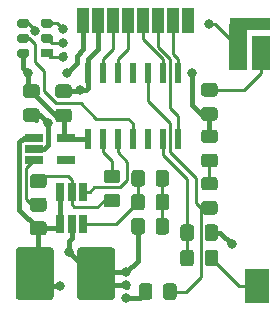
<source format=gbr>
G04 #@! TF.GenerationSoftware,KiCad,Pcbnew,5.1.7*
G04 #@! TF.CreationDate,2020-10-17T14:52:52-07:00*
G04 #@! TF.ProjectId,lofi,6c6f6669-2e6b-4696-9361-645f70636258,rev?*
G04 #@! TF.SameCoordinates,Original*
G04 #@! TF.FileFunction,Copper,L1,Top*
G04 #@! TF.FilePolarity,Positive*
%FSLAX46Y46*%
G04 Gerber Fmt 4.6, Leading zero omitted, Abs format (unit mm)*
G04 Created by KiCad (PCBNEW 5.1.7) date 2020-10-17 14:52:52*
%MOMM*%
%LPD*%
G01*
G04 APERTURE LIST*
G04 #@! TA.AperFunction,SMDPad,CuDef*
%ADD10R,3.400000X1.000000*%
G04 #@! TD*
G04 #@! TA.AperFunction,SMDPad,CuDef*
%ADD11R,1.500000X3.000000*%
G04 #@! TD*
G04 #@! TA.AperFunction,SMDPad,CuDef*
%ADD12R,2.000000X3.000000*%
G04 #@! TD*
G04 #@! TA.AperFunction,SMDPad,CuDef*
%ADD13R,1.500000X4.000000*%
G04 #@! TD*
G04 #@! TA.AperFunction,SMDPad,CuDef*
%ADD14R,0.600000X1.800000*%
G04 #@! TD*
G04 #@! TA.AperFunction,SMDPad,CuDef*
%ADD15R,0.650000X1.560000*%
G04 #@! TD*
G04 #@! TA.AperFunction,ComponentPad*
%ADD16R,1.000000X1.650000*%
G04 #@! TD*
G04 #@! TA.AperFunction,ComponentPad*
%ADD17R,1.000000X1.000000*%
G04 #@! TD*
G04 #@! TA.AperFunction,SMDPad,CuDef*
%ADD18R,1.000000X0.800000*%
G04 #@! TD*
G04 #@! TA.AperFunction,SMDPad,CuDef*
%ADD19R,1.560000X0.650000*%
G04 #@! TD*
G04 #@! TA.AperFunction,ViaPad*
%ADD20C,0.800000*%
G04 #@! TD*
G04 #@! TA.AperFunction,Conductor*
%ADD21C,0.400000*%
G04 #@! TD*
G04 #@! TA.AperFunction,Conductor*
%ADD22C,0.250000*%
G04 #@! TD*
G04 APERTURE END LIST*
G04 #@! TA.AperFunction,SMDPad,CuDef*
G36*
G01*
X112019999Y-85300000D02*
X112920001Y-85300000D01*
G75*
G02*
X113170000Y-85549999I0J-249999D01*
G01*
X113170000Y-86250001D01*
G75*
G02*
X112920001Y-86500000I-249999J0D01*
G01*
X112019999Y-86500000D01*
G75*
G02*
X111770000Y-86250001I0J249999D01*
G01*
X111770000Y-85549999D01*
G75*
G02*
X112019999Y-85300000I249999J0D01*
G01*
G37*
G04 #@! TD.AperFunction*
G04 #@! TA.AperFunction,SMDPad,CuDef*
G36*
G01*
X112019999Y-83300000D02*
X112920001Y-83300000D01*
G75*
G02*
X113170000Y-83549999I0J-249999D01*
G01*
X113170000Y-84250001D01*
G75*
G02*
X112920001Y-84500000I-249999J0D01*
G01*
X112019999Y-84500000D01*
G75*
G02*
X111770000Y-84250001I0J249999D01*
G01*
X111770000Y-83549999D01*
G75*
G02*
X112019999Y-83300000I249999J0D01*
G01*
G37*
G04 #@! TD.AperFunction*
G04 #@! TA.AperFunction,SMDPad,CuDef*
G36*
G01*
X112019999Y-87300000D02*
X112920001Y-87300000D01*
G75*
G02*
X113170000Y-87549999I0J-249999D01*
G01*
X113170000Y-88250001D01*
G75*
G02*
X112920001Y-88500000I-249999J0D01*
G01*
X112019999Y-88500000D01*
G75*
G02*
X111770000Y-88250001I0J249999D01*
G01*
X111770000Y-87549999D01*
G75*
G02*
X112019999Y-87300000I249999J0D01*
G01*
G37*
G04 #@! TD.AperFunction*
G04 #@! TA.AperFunction,SMDPad,CuDef*
G36*
G01*
X112019999Y-85300000D02*
X112920001Y-85300000D01*
G75*
G02*
X113170000Y-85549999I0J-249999D01*
G01*
X113170000Y-86250001D01*
G75*
G02*
X112920001Y-86500000I-249999J0D01*
G01*
X112019999Y-86500000D01*
G75*
G02*
X111770000Y-86250001I0J249999D01*
G01*
X111770000Y-85549999D01*
G75*
G02*
X112019999Y-85300000I249999J0D01*
G01*
G37*
G04 #@! TD.AperFunction*
G04 #@! TA.AperFunction,SMDPad,CuDef*
G36*
G01*
X118259999Y-84980000D02*
X119160001Y-84980000D01*
G75*
G02*
X119410000Y-85229999I0J-249999D01*
G01*
X119410000Y-85880001D01*
G75*
G02*
X119160001Y-86130000I-249999J0D01*
G01*
X118259999Y-86130000D01*
G75*
G02*
X118010000Y-85880001I0J249999D01*
G01*
X118010000Y-85229999D01*
G75*
G02*
X118259999Y-84980000I249999J0D01*
G01*
G37*
G04 #@! TD.AperFunction*
G04 #@! TA.AperFunction,SMDPad,CuDef*
G36*
G01*
X118259999Y-82930000D02*
X119160001Y-82930000D01*
G75*
G02*
X119410000Y-83179999I0J-249999D01*
G01*
X119410000Y-83830001D01*
G75*
G02*
X119160001Y-84080000I-249999J0D01*
G01*
X118259999Y-84080000D01*
G75*
G02*
X118010000Y-83830001I0J249999D01*
G01*
X118010000Y-83179999D01*
G75*
G02*
X118259999Y-82930000I249999J0D01*
G01*
G37*
G04 #@! TD.AperFunction*
D10*
X130360000Y-70620000D03*
D11*
X131310000Y-73020000D03*
D12*
X131010000Y-92790000D03*
D13*
X129410000Y-72520000D03*
D14*
X116690000Y-74710000D03*
X117960000Y-74710000D03*
X119230000Y-74710000D03*
X120500000Y-74710000D03*
X121770000Y-74710000D03*
X123040000Y-74710000D03*
X124310000Y-74710000D03*
X124310000Y-80310000D03*
X123040000Y-80310000D03*
X121770000Y-80310000D03*
X120500000Y-80310000D03*
X119230000Y-80310000D03*
X117960000Y-80310000D03*
X116690000Y-80310000D03*
D15*
X115290000Y-84820000D03*
X114340000Y-84820000D03*
X116240000Y-84820000D03*
X116240000Y-87520000D03*
X115290000Y-87520000D03*
X114340000Y-87520000D03*
D16*
X125190000Y-70610000D03*
X123920000Y-70610000D03*
X122650000Y-70610000D03*
X121380000Y-70610000D03*
X120110000Y-70610000D03*
X118840000Y-70610000D03*
X117570000Y-70610000D03*
X116300000Y-70610000D03*
D17*
X125190000Y-69710000D03*
X123920000Y-69710000D03*
X122650000Y-69710000D03*
X121380000Y-69710000D03*
X120110000Y-69710000D03*
X118840000Y-69710000D03*
X117570000Y-69710000D03*
X116300000Y-69710000D03*
G04 #@! TA.AperFunction,SMDPad,CuDef*
G36*
G01*
X111700000Y-70340000D02*
X111700000Y-70740000D01*
G75*
G02*
X111500000Y-70940000I-200000J0D01*
G01*
X110900000Y-70940000D01*
G75*
G02*
X110700000Y-70740000I0J200000D01*
G01*
X110700000Y-70340000D01*
G75*
G02*
X110900000Y-70140000I200000J0D01*
G01*
X111500000Y-70140000D01*
G75*
G02*
X111700000Y-70340000I0J-200000D01*
G01*
G37*
G04 #@! TD.AperFunction*
G04 #@! TA.AperFunction,SMDPad,CuDef*
G36*
G01*
X113700000Y-70340000D02*
X113700000Y-70740000D01*
G75*
G02*
X113500000Y-70940000I-200000J0D01*
G01*
X112900000Y-70940000D01*
G75*
G02*
X112700000Y-70740000I0J200000D01*
G01*
X112700000Y-70340000D01*
G75*
G02*
X112900000Y-70140000I200000J0D01*
G01*
X113500000Y-70140000D01*
G75*
G02*
X113700000Y-70340000I0J-200000D01*
G01*
G37*
G04 #@! TD.AperFunction*
G04 #@! TA.AperFunction,SMDPad,CuDef*
G36*
G01*
X111700000Y-71610000D02*
X111700000Y-72010000D01*
G75*
G02*
X111500000Y-72210000I-200000J0D01*
G01*
X110900000Y-72210000D01*
G75*
G02*
X110700000Y-72010000I0J200000D01*
G01*
X110700000Y-71610000D01*
G75*
G02*
X110900000Y-71410000I200000J0D01*
G01*
X111500000Y-71410000D01*
G75*
G02*
X111700000Y-71610000I0J-200000D01*
G01*
G37*
G04 #@! TD.AperFunction*
G04 #@! TA.AperFunction,SMDPad,CuDef*
G36*
G01*
X113700000Y-71610000D02*
X113700000Y-72010000D01*
G75*
G02*
X113500000Y-72210000I-200000J0D01*
G01*
X112900000Y-72210000D01*
G75*
G02*
X112700000Y-72010000I0J200000D01*
G01*
X112700000Y-71610000D01*
G75*
G02*
X112900000Y-71410000I200000J0D01*
G01*
X113500000Y-71410000D01*
G75*
G02*
X113700000Y-71610000I0J-200000D01*
G01*
G37*
G04 #@! TD.AperFunction*
G04 #@! TA.AperFunction,SMDPad,CuDef*
G36*
G01*
X111700000Y-72880000D02*
X111700000Y-73280000D01*
G75*
G02*
X111500000Y-73480000I-200000J0D01*
G01*
X110900000Y-73480000D01*
G75*
G02*
X110700000Y-73280000I0J200000D01*
G01*
X110700000Y-72880000D01*
G75*
G02*
X110900000Y-72680000I200000J0D01*
G01*
X111500000Y-72680000D01*
G75*
G02*
X111700000Y-72880000I0J-200000D01*
G01*
G37*
G04 #@! TD.AperFunction*
D18*
X113200000Y-73080000D03*
G04 #@! TA.AperFunction,SMDPad,CuDef*
G36*
G01*
X124190000Y-92799999D02*
X124190000Y-93700001D01*
G75*
G02*
X123940001Y-93950000I-249999J0D01*
G01*
X123289999Y-93950000D01*
G75*
G02*
X123040000Y-93700001I0J249999D01*
G01*
X123040000Y-92799999D01*
G75*
G02*
X123289999Y-92550000I249999J0D01*
G01*
X123940001Y-92550000D01*
G75*
G02*
X124190000Y-92799999I0J-249999D01*
G01*
G37*
G04 #@! TD.AperFunction*
G04 #@! TA.AperFunction,SMDPad,CuDef*
G36*
G01*
X122140000Y-92799999D02*
X122140000Y-93700001D01*
G75*
G02*
X121890001Y-93950000I-249999J0D01*
G01*
X121239999Y-93950000D01*
G75*
G02*
X120990000Y-93700001I0J249999D01*
G01*
X120990000Y-92799999D01*
G75*
G02*
X121239999Y-92550000I249999J0D01*
G01*
X121890001Y-92550000D01*
G75*
G02*
X122140000Y-92799999I0J-249999D01*
G01*
G37*
G04 #@! TD.AperFunction*
D19*
X112100000Y-80210000D03*
X112100000Y-81160000D03*
X112100000Y-82110000D03*
X114800000Y-82110000D03*
X114800000Y-80210000D03*
G04 #@! TA.AperFunction,SMDPad,CuDef*
G36*
G01*
X111439999Y-77745000D02*
X112340001Y-77745000D01*
G75*
G02*
X112590000Y-77994999I0J-249999D01*
G01*
X112590000Y-78645001D01*
G75*
G02*
X112340001Y-78895000I-249999J0D01*
G01*
X111439999Y-78895000D01*
G75*
G02*
X111190000Y-78645001I0J249999D01*
G01*
X111190000Y-77994999D01*
G75*
G02*
X111439999Y-77745000I249999J0D01*
G01*
G37*
G04 #@! TD.AperFunction*
G04 #@! TA.AperFunction,SMDPad,CuDef*
G36*
G01*
X111439999Y-75695000D02*
X112340001Y-75695000D01*
G75*
G02*
X112590000Y-75944999I0J-249999D01*
G01*
X112590000Y-76595001D01*
G75*
G02*
X112340001Y-76845000I-249999J0D01*
G01*
X111439999Y-76845000D01*
G75*
G02*
X111190000Y-76595001I0J249999D01*
G01*
X111190000Y-75944999D01*
G75*
G02*
X111439999Y-75695000I249999J0D01*
G01*
G37*
G04 #@! TD.AperFunction*
G04 #@! TA.AperFunction,SMDPad,CuDef*
G36*
G01*
X115060001Y-78910000D02*
X114159999Y-78910000D01*
G75*
G02*
X113910000Y-78660001I0J249999D01*
G01*
X113910000Y-78009999D01*
G75*
G02*
X114159999Y-77760000I249999J0D01*
G01*
X115060001Y-77760000D01*
G75*
G02*
X115310000Y-78009999I0J-249999D01*
G01*
X115310000Y-78660001D01*
G75*
G02*
X115060001Y-78910000I-249999J0D01*
G01*
G37*
G04 #@! TD.AperFunction*
G04 #@! TA.AperFunction,SMDPad,CuDef*
G36*
G01*
X115060001Y-76860000D02*
X114159999Y-76860000D01*
G75*
G02*
X113910000Y-76610001I0J249999D01*
G01*
X113910000Y-75959999D01*
G75*
G02*
X114159999Y-75710000I249999J0D01*
G01*
X115060001Y-75710000D01*
G75*
G02*
X115310000Y-75959999I0J-249999D01*
G01*
X115310000Y-76610001D01*
G75*
G02*
X115060001Y-76860000I-249999J0D01*
G01*
G37*
G04 #@! TD.AperFunction*
G04 #@! TA.AperFunction,SMDPad,CuDef*
G36*
G01*
X127410001Y-82730000D02*
X126509999Y-82730000D01*
G75*
G02*
X126260000Y-82480001I0J249999D01*
G01*
X126260000Y-81829999D01*
G75*
G02*
X126509999Y-81580000I249999J0D01*
G01*
X127410001Y-81580000D01*
G75*
G02*
X127660000Y-81829999I0J-249999D01*
G01*
X127660000Y-82480001D01*
G75*
G02*
X127410001Y-82730000I-249999J0D01*
G01*
G37*
G04 #@! TD.AperFunction*
G04 #@! TA.AperFunction,SMDPad,CuDef*
G36*
G01*
X127410001Y-80680000D02*
X126509999Y-80680000D01*
G75*
G02*
X126260000Y-80430001I0J249999D01*
G01*
X126260000Y-79779999D01*
G75*
G02*
X126509999Y-79530000I249999J0D01*
G01*
X127410001Y-79530000D01*
G75*
G02*
X127660000Y-79779999I0J-249999D01*
G01*
X127660000Y-80430001D01*
G75*
G02*
X127410001Y-80680000I-249999J0D01*
G01*
G37*
G04 #@! TD.AperFunction*
G04 #@! TA.AperFunction,SMDPad,CuDef*
G36*
G01*
X122400000Y-86130001D02*
X122400000Y-85229999D01*
G75*
G02*
X122649999Y-84980000I249999J0D01*
G01*
X123300001Y-84980000D01*
G75*
G02*
X123550000Y-85229999I0J-249999D01*
G01*
X123550000Y-86130001D01*
G75*
G02*
X123300001Y-86380000I-249999J0D01*
G01*
X122649999Y-86380000D01*
G75*
G02*
X122400000Y-86130001I0J249999D01*
G01*
G37*
G04 #@! TD.AperFunction*
G04 #@! TA.AperFunction,SMDPad,CuDef*
G36*
G01*
X120350000Y-86130001D02*
X120350000Y-85229999D01*
G75*
G02*
X120599999Y-84980000I249999J0D01*
G01*
X121250001Y-84980000D01*
G75*
G02*
X121500000Y-85229999I0J-249999D01*
G01*
X121500000Y-86130001D01*
G75*
G02*
X121250001Y-86380000I-249999J0D01*
G01*
X120599999Y-86380000D01*
G75*
G02*
X120350000Y-86130001I0J249999D01*
G01*
G37*
G04 #@! TD.AperFunction*
G04 #@! TA.AperFunction,SMDPad,CuDef*
G36*
G01*
X121500000Y-87269999D02*
X121500000Y-88170001D01*
G75*
G02*
X121250001Y-88420000I-249999J0D01*
G01*
X120599999Y-88420000D01*
G75*
G02*
X120350000Y-88170001I0J249999D01*
G01*
X120350000Y-87269999D01*
G75*
G02*
X120599999Y-87020000I249999J0D01*
G01*
X121250001Y-87020000D01*
G75*
G02*
X121500000Y-87269999I0J-249999D01*
G01*
G37*
G04 #@! TD.AperFunction*
G04 #@! TA.AperFunction,SMDPad,CuDef*
G36*
G01*
X123550000Y-87269999D02*
X123550000Y-88170001D01*
G75*
G02*
X123300001Y-88420000I-249999J0D01*
G01*
X122649999Y-88420000D01*
G75*
G02*
X122400000Y-88170001I0J249999D01*
G01*
X122400000Y-87269999D01*
G75*
G02*
X122649999Y-87020000I249999J0D01*
G01*
X123300001Y-87020000D01*
G75*
G02*
X123550000Y-87269999I0J-249999D01*
G01*
G37*
G04 #@! TD.AperFunction*
G04 #@! TA.AperFunction,SMDPad,CuDef*
G36*
G01*
X120350000Y-84110001D02*
X120350000Y-83209999D01*
G75*
G02*
X120599999Y-82960000I249999J0D01*
G01*
X121250001Y-82960000D01*
G75*
G02*
X121500000Y-83209999I0J-249999D01*
G01*
X121500000Y-84110001D01*
G75*
G02*
X121250001Y-84360000I-249999J0D01*
G01*
X120599999Y-84360000D01*
G75*
G02*
X120350000Y-84110001I0J249999D01*
G01*
G37*
G04 #@! TD.AperFunction*
G04 #@! TA.AperFunction,SMDPad,CuDef*
G36*
G01*
X122400000Y-84110001D02*
X122400000Y-83209999D01*
G75*
G02*
X122649999Y-82960000I249999J0D01*
G01*
X123300001Y-82960000D01*
G75*
G02*
X123550000Y-83209999I0J-249999D01*
G01*
X123550000Y-84110001D01*
G75*
G02*
X123300001Y-84360000I-249999J0D01*
G01*
X122649999Y-84360000D01*
G75*
G02*
X122400000Y-84110001I0J249999D01*
G01*
G37*
G04 #@! TD.AperFunction*
G04 #@! TA.AperFunction,SMDPad,CuDef*
G36*
G01*
X126509999Y-77640000D02*
X127410001Y-77640000D01*
G75*
G02*
X127660000Y-77889999I0J-249999D01*
G01*
X127660000Y-78540001D01*
G75*
G02*
X127410001Y-78790000I-249999J0D01*
G01*
X126509999Y-78790000D01*
G75*
G02*
X126260000Y-78540001I0J249999D01*
G01*
X126260000Y-77889999D01*
G75*
G02*
X126509999Y-77640000I249999J0D01*
G01*
G37*
G04 #@! TD.AperFunction*
G04 #@! TA.AperFunction,SMDPad,CuDef*
G36*
G01*
X126509999Y-75590000D02*
X127410001Y-75590000D01*
G75*
G02*
X127660000Y-75839999I0J-249999D01*
G01*
X127660000Y-76490001D01*
G75*
G02*
X127410001Y-76740000I-249999J0D01*
G01*
X126509999Y-76740000D01*
G75*
G02*
X126260000Y-76490001I0J249999D01*
G01*
X126260000Y-75839999D01*
G75*
G02*
X126509999Y-75590000I249999J0D01*
G01*
G37*
G04 #@! TD.AperFunction*
G04 #@! TA.AperFunction,SMDPad,CuDef*
G36*
G01*
X124500000Y-90860001D02*
X124500000Y-89959999D01*
G75*
G02*
X124749999Y-89710000I249999J0D01*
G01*
X125400001Y-89710000D01*
G75*
G02*
X125650000Y-89959999I0J-249999D01*
G01*
X125650000Y-90860001D01*
G75*
G02*
X125400001Y-91110000I-249999J0D01*
G01*
X124749999Y-91110000D01*
G75*
G02*
X124500000Y-90860001I0J249999D01*
G01*
G37*
G04 #@! TD.AperFunction*
G04 #@! TA.AperFunction,SMDPad,CuDef*
G36*
G01*
X126550000Y-90860001D02*
X126550000Y-89959999D01*
G75*
G02*
X126799999Y-89710000I249999J0D01*
G01*
X127450001Y-89710000D01*
G75*
G02*
X127700000Y-89959999I0J-249999D01*
G01*
X127700000Y-90860001D01*
G75*
G02*
X127450001Y-91110000I-249999J0D01*
G01*
X126799999Y-91110000D01*
G75*
G02*
X126550000Y-90860001I0J249999D01*
G01*
G37*
G04 #@! TD.AperFunction*
G04 #@! TA.AperFunction,SMDPad,CuDef*
G36*
G01*
X126509999Y-83540000D02*
X127410001Y-83540000D01*
G75*
G02*
X127660000Y-83789999I0J-249999D01*
G01*
X127660000Y-84440001D01*
G75*
G02*
X127410001Y-84690000I-249999J0D01*
G01*
X126509999Y-84690000D01*
G75*
G02*
X126260000Y-84440001I0J249999D01*
G01*
X126260000Y-83789999D01*
G75*
G02*
X126509999Y-83540000I249999J0D01*
G01*
G37*
G04 #@! TD.AperFunction*
G04 #@! TA.AperFunction,SMDPad,CuDef*
G36*
G01*
X126509999Y-85590000D02*
X127410001Y-85590000D01*
G75*
G02*
X127660000Y-85839999I0J-249999D01*
G01*
X127660000Y-86490001D01*
G75*
G02*
X127410001Y-86740000I-249999J0D01*
G01*
X126509999Y-86740000D01*
G75*
G02*
X126260000Y-86490001I0J249999D01*
G01*
X126260000Y-85839999D01*
G75*
G02*
X126509999Y-85590000I249999J0D01*
G01*
G37*
G04 #@! TD.AperFunction*
G04 #@! TA.AperFunction,SMDPad,CuDef*
G36*
G01*
X110570000Y-93705000D02*
X110570000Y-89755000D01*
G75*
G02*
X110820000Y-89505000I250000J0D01*
G01*
X113520000Y-89505000D01*
G75*
G02*
X113770000Y-89755000I0J-250000D01*
G01*
X113770000Y-93705000D01*
G75*
G02*
X113520000Y-93955000I-250000J0D01*
G01*
X110820000Y-93955000D01*
G75*
G02*
X110570000Y-93705000I0J250000D01*
G01*
G37*
G04 #@! TD.AperFunction*
G04 #@! TA.AperFunction,SMDPad,CuDef*
G36*
G01*
X115770000Y-93705000D02*
X115770000Y-89755000D01*
G75*
G02*
X116020000Y-89505000I250000J0D01*
G01*
X118720000Y-89505000D01*
G75*
G02*
X118970000Y-89755000I0J-250000D01*
G01*
X118970000Y-93705000D01*
G75*
G02*
X118720000Y-93955000I-250000J0D01*
G01*
X116020000Y-93955000D01*
G75*
G02*
X115770000Y-93705000I0J250000D01*
G01*
G37*
G04 #@! TD.AperFunction*
G04 #@! TA.AperFunction,SMDPad,CuDef*
G36*
G01*
X124500000Y-88710001D02*
X124500000Y-87809999D01*
G75*
G02*
X124749999Y-87560000I249999J0D01*
G01*
X125400001Y-87560000D01*
G75*
G02*
X125650000Y-87809999I0J-249999D01*
G01*
X125650000Y-88710001D01*
G75*
G02*
X125400001Y-88960000I-249999J0D01*
G01*
X124749999Y-88960000D01*
G75*
G02*
X124500000Y-88710001I0J249999D01*
G01*
G37*
G04 #@! TD.AperFunction*
G04 #@! TA.AperFunction,SMDPad,CuDef*
G36*
G01*
X126550000Y-88710001D02*
X126550000Y-87809999D01*
G75*
G02*
X126799999Y-87560000I249999J0D01*
G01*
X127450001Y-87560000D01*
G75*
G02*
X127700000Y-87809999I0J-249999D01*
G01*
X127700000Y-88710001D01*
G75*
G02*
X127450001Y-88960000I-249999J0D01*
G01*
X126799999Y-88960000D01*
G75*
G02*
X126550000Y-88710001I0J249999D01*
G01*
G37*
G04 #@! TD.AperFunction*
D20*
X112200000Y-71210000D03*
X115100000Y-89910000D03*
X119920000Y-91630000D03*
X119930000Y-92700000D03*
X119910000Y-93770000D03*
X115980000Y-76190000D03*
X113270000Y-79010000D03*
X128880000Y-89240000D03*
X126890000Y-70580000D03*
X111600000Y-74710000D03*
X125500000Y-74710000D03*
X114900000Y-74710000D03*
X114300000Y-92810000D03*
X112400000Y-91410000D03*
X114590000Y-71050000D03*
X114600000Y-72210000D03*
X114600000Y-73360000D03*
D21*
X117570000Y-72680000D02*
X117570000Y-70910000D01*
X116690000Y-73560000D02*
X117570000Y-72680000D01*
X116690000Y-74710000D02*
X116690000Y-73560000D01*
D22*
X114900000Y-76522500D02*
X114412500Y-76522500D01*
X111630000Y-70540000D02*
X112200000Y-71110000D01*
X111200000Y-70540000D02*
X111630000Y-70540000D01*
X116690000Y-74710000D02*
X116690000Y-75310000D01*
X118225000Y-93710000D02*
X117125000Y-92610000D01*
D21*
X117125000Y-91935000D02*
X115100000Y-89910000D01*
X112280000Y-78710000D02*
X111890000Y-78320000D01*
X117360000Y-92600000D02*
X117360000Y-92490000D01*
X117360000Y-92490000D02*
X118220000Y-91630000D01*
X118220000Y-91630000D02*
X119920000Y-91630000D01*
X118260000Y-92600000D02*
X118540000Y-92880000D01*
X119910000Y-92880000D02*
X119990000Y-92880000D01*
X119990000Y-92880000D02*
X120010000Y-92900000D01*
X117360000Y-92600000D02*
X117360000Y-92820000D01*
X116690000Y-76010000D02*
X116510000Y-76190000D01*
X116690000Y-74710000D02*
X116690000Y-76010000D01*
X116510000Y-76190000D02*
X115980000Y-76190000D01*
X115885000Y-76285000D02*
X115980000Y-76190000D01*
X114610000Y-76285000D02*
X115885000Y-76285000D01*
X111890000Y-78320000D02*
X112580000Y-78320000D01*
X112580000Y-78320000D02*
X113270000Y-79010000D01*
D22*
X120855000Y-88350000D02*
X120835000Y-88370000D01*
D21*
X113270000Y-79575685D02*
X113270000Y-79010000D01*
X113280001Y-80855001D02*
X113280001Y-79585686D01*
X113280001Y-79585686D02*
X113270000Y-79575685D01*
X112975002Y-81160000D02*
X113280001Y-80855001D01*
X112100000Y-81160000D02*
X112975002Y-81160000D01*
X120925000Y-90625000D02*
X119920000Y-91630000D01*
X120925000Y-87720000D02*
X120925000Y-90625000D01*
X127125000Y-88260000D02*
X127900000Y-88260000D01*
X127900000Y-88260000D02*
X128880000Y-89240000D01*
X118340000Y-92700000D02*
X117370000Y-91730000D01*
X119930000Y-92700000D02*
X118340000Y-92700000D01*
X121045000Y-93770000D02*
X121565000Y-93250000D01*
X119910000Y-93770000D02*
X121045000Y-93770000D01*
D22*
X127470000Y-70580000D02*
X129410000Y-72520000D01*
X126890000Y-70580000D02*
X127470000Y-70580000D01*
D21*
X115290000Y-87520000D02*
X115290000Y-88740000D01*
X115100000Y-88930000D02*
X115100000Y-89910000D01*
X115290000Y-88740000D02*
X115100000Y-88930000D01*
D22*
X114600000Y-80310000D02*
X114500000Y-80210000D01*
D21*
X116690000Y-80310000D02*
X114600000Y-80310000D01*
X111600000Y-74710000D02*
X111200000Y-74310000D01*
X111200000Y-74310000D02*
X111200000Y-73080000D01*
X116300000Y-72710000D02*
X116300000Y-70910000D01*
X114900000Y-78097500D02*
X114325000Y-78097500D01*
X111600000Y-75980000D02*
X111890000Y-76270000D01*
X111600000Y-74710000D02*
X111600000Y-75980000D01*
X125500000Y-74710000D02*
X125500000Y-74980000D01*
X114610000Y-80020000D02*
X114800000Y-80210000D01*
X114610000Y-78335000D02*
X114610000Y-80020000D01*
X111890000Y-76270000D02*
X112070000Y-76270000D01*
X113910000Y-78335000D02*
X114610000Y-78335000D01*
X112070000Y-76495000D02*
X113910000Y-78335000D01*
X112070000Y-76270000D02*
X112070000Y-76495000D01*
X126960000Y-80105000D02*
X126960000Y-78215000D01*
X125500000Y-75275685D02*
X125500000Y-74710000D01*
X125500000Y-77455000D02*
X125500000Y-75275685D01*
X126260000Y-78215000D02*
X125500000Y-77455000D01*
X126960000Y-78215000D02*
X126260000Y-78215000D01*
X114900000Y-74710000D02*
X115710000Y-73900000D01*
X115710000Y-73300000D02*
X116300000Y-72710000D01*
X115710000Y-73900000D02*
X115710000Y-73300000D01*
D22*
X126960000Y-84115000D02*
X126960000Y-82155000D01*
X120925000Y-83660000D02*
X120925000Y-85680000D01*
X119085000Y-87520000D02*
X120925000Y-85680000D01*
X116240000Y-87520000D02*
X119085000Y-87520000D01*
X122975000Y-83660000D02*
X122975000Y-87720000D01*
X131310000Y-74770000D02*
X131310000Y-73020000D01*
X129915000Y-76165000D02*
X131310000Y-74770000D01*
X126960000Y-76165000D02*
X129915000Y-76165000D01*
X129505000Y-92790000D02*
X127125000Y-90410000D01*
X131010000Y-92790000D02*
X129505000Y-92790000D01*
X119230000Y-80910000D02*
X119230000Y-80310000D01*
X119230000Y-80310000D02*
X119230000Y-80826410D01*
X116815000Y-84820000D02*
X116240000Y-84820000D01*
X119398180Y-84405010D02*
X117229990Y-84405010D01*
X120024990Y-83778200D02*
X119398180Y-84405010D01*
X120024990Y-82254990D02*
X120024990Y-83778200D01*
X119230000Y-81460000D02*
X120024990Y-82254990D01*
X117229990Y-84405010D02*
X116815000Y-84820000D01*
X119230000Y-80310000D02*
X119230000Y-81460000D01*
X111550000Y-92060000D02*
X112100000Y-92610000D01*
D21*
X114300000Y-92810000D02*
X112300000Y-92810000D01*
X112380000Y-91390000D02*
X112400000Y-91410000D01*
X114340000Y-87520000D02*
X114340000Y-84820000D01*
X112470000Y-92290000D02*
X112160000Y-92600000D01*
X112470000Y-87730000D02*
X112470000Y-92290000D01*
X110880000Y-86310000D02*
X112470000Y-87900000D01*
X110880000Y-80554998D02*
X110880000Y-86310000D01*
X111224998Y-80210000D02*
X110880000Y-80554998D01*
X112100000Y-80210000D02*
X111224998Y-80210000D01*
X113960000Y-87900000D02*
X114340000Y-87520000D01*
X112470000Y-87900000D02*
X113960000Y-87900000D01*
D22*
X117960000Y-73560000D02*
X117960000Y-74710000D01*
X118840000Y-72680000D02*
X117960000Y-73560000D01*
X118840000Y-70910000D02*
X118840000Y-72680000D01*
X120110000Y-72680000D02*
X120110000Y-70910000D01*
X119230000Y-73560000D02*
X120110000Y-72680000D01*
X119230000Y-74710000D02*
X119230000Y-73560000D01*
X121380000Y-71900000D02*
X121380000Y-70910000D01*
X123040000Y-73560000D02*
X121380000Y-71900000D01*
X123040000Y-74710000D02*
X123040000Y-73560000D01*
X114080000Y-70540000D02*
X114590000Y-71050000D01*
X113200000Y-70540000D02*
X114080000Y-70540000D01*
X123490010Y-73373600D02*
X122650000Y-72533590D01*
X124310000Y-78370000D02*
X123665001Y-77725001D01*
X123490010Y-73376420D02*
X123490010Y-73373600D01*
X122650000Y-72533590D02*
X122650000Y-70910000D01*
X124310000Y-80310000D02*
X124310000Y-78370000D01*
X123665001Y-73551411D02*
X123490010Y-73376420D01*
X123665001Y-77725001D02*
X123665001Y-73551411D01*
X113600000Y-72210000D02*
X113200000Y-71810000D01*
X114600000Y-72210000D02*
X113600000Y-72210000D01*
X123920000Y-73170000D02*
X123920000Y-70910000D01*
X124310000Y-73560000D02*
X123920000Y-73170000D01*
X124310000Y-74710000D02*
X124310000Y-73560000D01*
X114630000Y-73080000D02*
X114700000Y-73010000D01*
X113480000Y-73360000D02*
X113200000Y-73080000D01*
X114600000Y-73360000D02*
X113480000Y-73360000D01*
X111726998Y-71810000D02*
X111200000Y-71810000D01*
X112944999Y-76254999D02*
X112944999Y-74554999D01*
X120500000Y-80310000D02*
X120500000Y-79010000D01*
X117400000Y-78610000D02*
X116075010Y-77285010D01*
X112944999Y-74554999D02*
X112200000Y-73810000D01*
X116075010Y-77285010D02*
X113975010Y-77285010D01*
X112200000Y-72283002D02*
X111726998Y-71810000D01*
X120500000Y-79010000D02*
X120100000Y-78610000D01*
X112200000Y-73810000D02*
X112200000Y-72283002D01*
X120100000Y-78610000D02*
X117400000Y-78610000D01*
X112944999Y-76254999D02*
X113975010Y-77285010D01*
X121770000Y-80910000D02*
X121770000Y-80310000D01*
X126224990Y-86200010D02*
X126260000Y-86165000D01*
X126224990Y-91985010D02*
X126224990Y-86200010D01*
X126260000Y-86165000D02*
X126960000Y-86165000D01*
X125820000Y-85725000D02*
X125820000Y-83605002D01*
X121770000Y-77100000D02*
X121770000Y-74710000D01*
X126260000Y-86165000D02*
X125820000Y-85725000D01*
X125820000Y-83605002D02*
X123665001Y-81450003D01*
X123665001Y-78995001D02*
X121770000Y-77100000D01*
X123665001Y-81450003D02*
X123665001Y-78995001D01*
X124960000Y-93250000D02*
X126224990Y-91985010D01*
X123615000Y-93250000D02*
X124960000Y-93250000D01*
X125075000Y-90410000D02*
X125075000Y-88260000D01*
X125075000Y-88260000D02*
X125075000Y-83715000D01*
X123040000Y-81680000D02*
X123040000Y-80310000D01*
X125075000Y-83715000D02*
X123040000Y-81680000D01*
X118010000Y-85555000D02*
X117465000Y-86100000D01*
X118710000Y-85555000D02*
X118010000Y-85555000D01*
X115290000Y-85850000D02*
X115290000Y-84820000D01*
X115540000Y-86100000D02*
X115290000Y-85850000D01*
X117465000Y-86100000D02*
X115540000Y-86100000D01*
X115290000Y-83790000D02*
X114960000Y-83460000D01*
X115290000Y-84820000D02*
X115290000Y-83790000D01*
X112910000Y-83460000D02*
X112470000Y-83900000D01*
X114960000Y-83460000D02*
X112910000Y-83460000D01*
X117960000Y-80910000D02*
X117960000Y-80310000D01*
X117960000Y-80310000D02*
X117960000Y-81460000D01*
X118710000Y-82210000D02*
X118710000Y-83505000D01*
X117960000Y-81460000D02*
X118710000Y-82210000D01*
X111444990Y-85404990D02*
X111444990Y-82765010D01*
X111770000Y-85730000D02*
X111444990Y-85404990D01*
X111444990Y-82765010D02*
X112100000Y-82110000D01*
X112470000Y-85730000D02*
X111770000Y-85730000D01*
M02*

</source>
